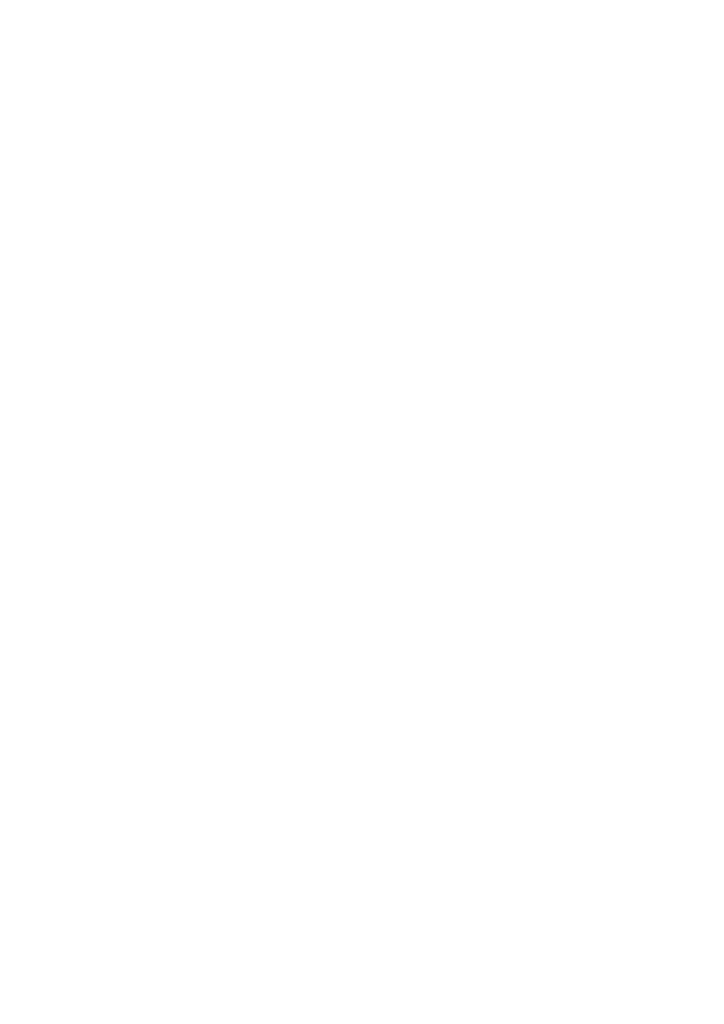
<source format=kicad_sch>
(kicad_sch (version 20230121) (generator eeschema)
  (paper "A4" portrait)
  (title_block (title "Ximera XMR1020 mainboard") (date "2025-07-22") (rev "Mk-0 draft") (company "Sporniket") (comment 3 "https://github.com/sporniket/ximera-xmr1020-mainboard-by-sporniket.git") (comment 4 "Original repository :"))
  (lib_symbols)
)
</source>
